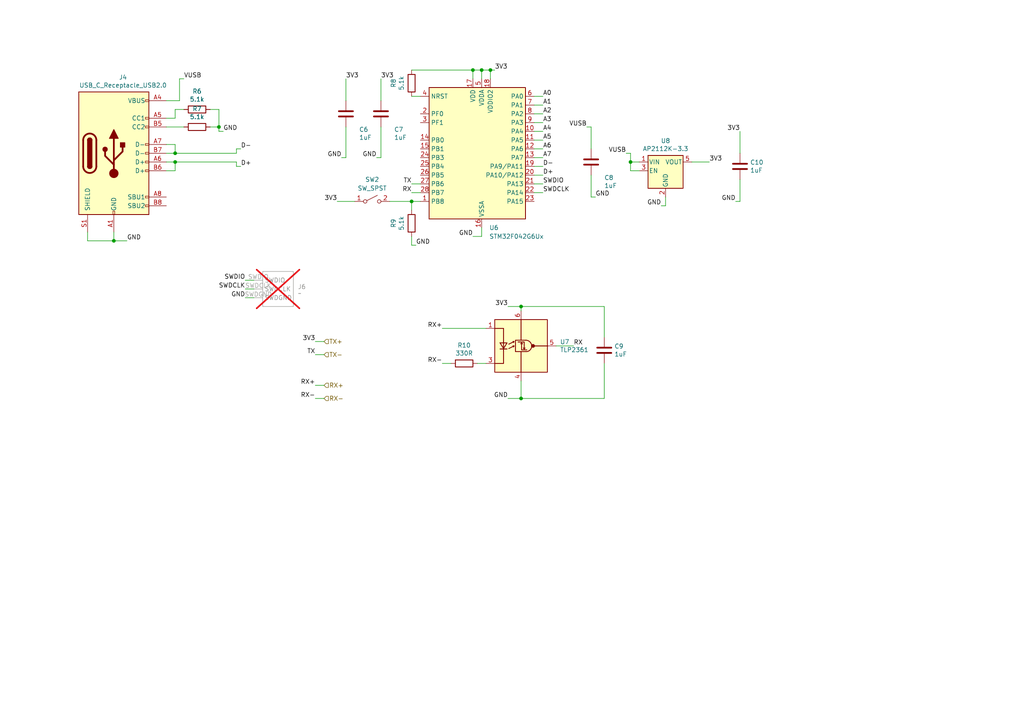
<source format=kicad_sch>
(kicad_sch (version 20250114) (generator "eeschema") (generator_version "9.0")
  (paper "A4")
  (lib_symbols
    (symbol "Connector:USB_C_Receptacle_USB2.0" (pin_names (offset 1.016))
      (property "Reference" "J" (at -10.16 19.05 0))
      (property "Value" "Connector_USB_C_Receptacle_USB2.0" (at 19.05 19.05 0))
      (symbol "USB_C_Receptacle_USB2.0_0_0"
        (rectangle (start -0.254 -17.78) (end 0.254 -16.764))
        (rectangle (start 10.16 15.494) (end 9.144 14.986))
        (rectangle (start 10.16 10.414) (end 9.144 9.906))
        (rectangle (start 10.16 7.874) (end 9.144 7.366))
        (rectangle (start 10.16 2.794) (end 9.144 2.286))
        (rectangle (start 10.16 0.254) (end 9.144 -0.254))
        (rectangle (start 10.16 -2.286) (end 9.144 -2.794))
        (rectangle (start 10.16 -4.826) (end 9.144 -5.334))
        (rectangle (start 10.16 -12.446) (end 9.144 -12.954))
        (rectangle (start 10.16 -14.986) (end 9.144 -15.494))
      )
      (symbol "USB_C_Receptacle_USB2.0_0_1"
        (rectangle (start -10.16 17.78) (end 10.16 -17.78) (stroke (width 0.254)) (fill (type background)))
        (polyline (pts (xy -8.89 -3.81) (xy -8.89 3.81)) (stroke (width 0.508)))
        (rectangle (start -7.62 -3.81) (end -6.35 3.81) (stroke (width 0.254)) (fill (type outline)))
        (arc (start -8.89 3.81) (mid -6.985 5.715) (end -5.08 3.81) (stroke (width 0.508)))
        (arc (start -7.62 3.81) (mid -6.985 4.445) (end -6.35 3.81) (stroke (width 0.254)))
        (arc (start -7.62 3.81) (mid -6.985 4.445) (end -6.35 3.81) (stroke (width 0.254)) (fill (type outline)))
        (arc (start -6.35 -3.81) (mid -6.985 -4.445) (end -7.62 -3.81) (stroke (width 0.254)))
        (arc (start -6.35 -3.81) (mid -6.985 -4.445) (end -7.62 -3.81) (stroke (width 0.254)) (fill (type outline)))
        (arc (start -5.08 -3.81) (mid -6.985 -5.715) (end -8.89 -3.81) (stroke (width 0.508)))
        (polyline (pts (xy -5.08 3.81) (xy -5.08 -3.81)) (stroke (width 0.508)))
        (circle (center -2.54 1.143) (radius 0.635) (stroke (width 0.254)) (fill (type outline)))
        (polyline (pts (xy -1.27 4.318) (xy 0 6.858) (xy 1.27 4.318) (xy -1.27 4.318)) (stroke (width 0.254)) (fill (type outline)))
        (polyline (pts (xy 0 -2.032) (xy 2.54 0.508) (xy 2.54 1.778)) (stroke (width 0.508)))
        (polyline (pts (xy 0 -3.302) (xy -2.54 -0.762) (xy -2.54 0.508)) (stroke (width 0.508)))
        (polyline (pts (xy 0 -5.842) (xy 0 4.318)) (stroke (width 0.508)))
        (circle (center 0 -5.842) (radius 1.27) (fill (type outline)))
        (rectangle (start 1.905 1.778) (end 3.175 3.048) (stroke (width 0.254)) (fill (type outline)))
      )
      (symbol "USB_C_Receptacle_USB2.0_1_1"
        (pin passive line (at -7.62 -22.86 90) (length 5.08) (name "SHIELD") (number "S1"))
        (pin power_in line (at 0 -22.86 90) (length 5.08) (name "GND") (number "A1"))
        (pin passive line (at 0 -22.86 90) (length 5.08) (hide yes) (name "GND") (number "A12"))
        (pin passive line (at 0 -22.86 90) (length 5.08) (hide yes) (name "GND") (number "B1"))
        (pin passive line (at 0 -22.86 90) (length 5.08) (hide yes) (name "GND") (number "B12"))
        (pin power_in line (at 15.24 15.24 180) (length 5.08) (name "VBUS") (number "A4"))
        (pin passive line (at 15.24 15.24 180) (length 5.08) (hide yes) (name "VBUS") (number "A9"))
        (pin passive line (at 15.24 15.24 180) (length 5.08) (hide yes) (name "VBUS") (number "B4"))
        (pin passive line (at 15.24 15.24 180) (length 5.08) (hide yes) (name "VBUS") (number "B9"))
        (pin bidirectional line (at 15.24 10.16 180) (length 5.08) (name "CC1") (number "A5"))
        (pin bidirectional line (at 15.24 7.62 180) (length 5.08) (name "CC2") (number "B5"))
        (pin bidirectional line (at 15.24 2.54 180) (length 5.08) (name "D-") (number "A7"))
        (pin bidirectional line (at 15.24 0 180) (length 5.08) (name "D-") (number "B7"))
        (pin bidirectional line (at 15.24 -2.54 180) (length 5.08) (name "D+") (number "A6"))
        (pin bidirectional line (at 15.24 -5.08 180) (length 5.08) (name "D+") (number "B6"))
        (pin bidirectional line (at 15.24 -12.7 180) (length 5.08) (name "SBU1") (number "A8"))
        (pin bidirectional line (at 15.24 -15.24 180) (length 5.08) (name "SBU2") (number "B8"))
      )
    )
    (symbol "Device:C" (pin_numbers (hide yes)) (pin_names (offset 0.254))
      (property "Reference" "C" (at 0.635 2.54 0))
      (property "Value" "C" (at 0.635 -2.54 0))
      (symbol "C_0_1"
        (polyline (pts (xy -2.032 0.762) (xy 2.032 0.762)) (stroke (width 0.508)))
        (polyline (pts (xy -2.032 -0.762) (xy 2.032 -0.762)) (stroke (width 0.508)))
      )
      (symbol "C_1_1"
        (pin passive line (at 0 3.81 270) (length 2.794) (name "~") (number "1"))
        (pin passive line (at 0 -3.81 90) (length 2.794) (name "~") (number "2"))
      )
    )
    (symbol "Device:R" (pin_numbers (hide yes)) (pin_names (offset 0))
      (property "Reference" "R" (at 2.032 0 90))
      (property "Value" "R" (at 0 0 90))
      (symbol "R_0_1"
        (rectangle (start -1.016 -2.54) (end 1.016 2.54) (stroke (width 0.254)))
      )
      (symbol "R_1_1"
        (pin passive line (at 0 3.81 270) (length 1.27) (name "~") (number "1"))
        (pin passive line (at 0 -3.81 90) (length 1.27) (name "~") (number "2"))
      )
    )
    (symbol "Isolator:TLP2761" (pin_names (offset 1.016) (hide yes))
      (property "Reference" "U" (at -7.112 8.89 0))
      (property "Value" "TLP2761" (at 1.016 9.144 0))
      (symbol "TLP2761_0_1"
        (rectangle (start -7.62 7.62) (end 7.62 -7.62) (stroke (width 0.254)) (fill (type background)))
        (polyline (pts (xy -7.62 -5.08) (xy -5.08 -5.08) (xy -5.08 -1.27)) (stroke (width 0.254)))
        (polyline (pts (xy -6.096 0.889) (xy -4.064 0.889) (xy -5.08 -0.762) (xy -6.096 0.889)) (stroke (width 0.254)))
        (polyline (pts (xy -6.096 -0.889) (xy -4.064 -0.889)) (stroke (width 0.254)))
        (polyline (pts (xy -5.08 1.27) (xy -5.08 0.9144)) (stroke (width 0.254)))
        (polyline (pts (xy -5.08 1.27) (xy -5.08 5.08) (xy -7.62 5.08)) (stroke (width 0.254)))
        (polyline (pts (xy -5.08 1.016) (xy -5.08 -0.762)) (stroke (width 0.254)))
        (polyline (pts (xy -5.08 -1.27) (xy -5.08 -0.9144)) (stroke (width 0.254)))
        (polyline (pts (xy -3.556 0.508) (xy -2.032 1.27)) (stroke (width 0.254)))
        (polyline (pts (xy -3.556 -0.762) (xy -2.032 0)) (stroke (width 0.254)))
        (polyline (pts (xy -2.032 1.27) (xy -2.3368 1.3208)) (stroke (width 0.254)))
        (polyline (pts (xy -2.032 1.27) (xy -2.1844 0.9652)) (stroke (width 0.254)))
        (polyline (pts (xy -2.032 0) (xy -2.3368 0.0508)) (stroke (width 0.254)))
        (polyline (pts (xy -2.032 0) (xy -2.1844 -0.3048)) (stroke (width 0.254)))
        (polyline (pts (xy 0 7.5946) (xy 0 1.7018)) (stroke (width 0.254)))
        (polyline (pts (xy 0 -7.62) (xy 0 -1.651)) (stroke (width 0.254)))
        (polyline (pts (xy 0.1524 0.889) (xy -0.1016 0.635) (xy 0.4064 0.635)) (stroke (width 0.254)))
        (polyline (pts (xy 0.9144 -0.889) (xy 0.9144 1.143) (xy -0.8636 1.143)) (stroke (width 0.254)))
        (polyline (pts (xy 0.9144 -0.889) (xy 0.6604 -0.635) (xy 1.1684 -0.635) (xy 0.9144 -0.889)) (stroke (width 0.254)))
        (arc (start 1.4224 1.651) (mid 2.5738 1.1514) (end 3.0734 0) (stroke (width 0.254)))
        (polyline (pts (xy 1.4224 1.651) (xy -1.6256 1.651) (xy -1.6256 -1.651) (xy 1.4224 -1.651)) (stroke (width 0.254)))
        (arc (start 3.0734 0) (mid 2.6073 -1.1849) (end 1.4224 -1.651) (stroke (width 0.254)))
        (polyline (pts (xy 1.6764 -1.143) (xy 0.1524 -1.143) (xy 0.1524 0.889) (xy 0.4064 0.635)) (stroke (width 0.254)))
        (circle (center 3.4798 0) (radius 0.4572) (fill (type outline)))
        (polyline (pts (xy 7.747 0) (xy 3.4798 0)) (stroke (width 0.254)))
      )
      (symbol "TLP2761_1_1"
        (pin passive line (at -10.16 5.08 0) (length 2.54) (name "A") (number "1"))
        (pin passive line (at -10.16 -5.08 0) (length 2.54) (name "K") (number "3"))
        (pin no_connect line (at -7.62 0 0) (length 2.54) (hide yes) (name "NC") (number "2"))
        (pin power_in line (at 0 10.16 270) (length 2.54) (name "VDD") (number "6"))
        (pin power_in line (at 0 -10.16 90) (length 2.54) (name "GND") (number "4"))
        (pin output line (at 10.16 0 180) (length 2.54) (name "VO") (number "5"))
      )
    )
    (symbol "Library:SWD_Header"
      (property "Reference" "J" (at 0 0 0))
      (symbol "SWD_Header_0_1"
        (rectangle (start -3.81 8.89) (end 5.08 -1.27))
      )
      (symbol "SWD_Header_1_1"
        (pin input line (at -6.35 6.35 0) (length 2.54) (name "SWDIO") (number "SWDIO"))
        (pin input line (at -6.35 3.81 0) (length 2.54) (name "SWDCLK") (number "SWDCLK"))
        (pin input line (at -6.35 1.27 0) (length 2.54) (name "SWDGND") (number "SWDGND"))
      )
    )
    (symbol "MCU_ST_STM32F0:STM32F042G6Ux"
      (property "Reference" "U" (at -12.7 21.59 0))
      (property "Value" "STM32F042G6Ux" (at 7.62 21.59 0))
      (symbol "STM32F042G6Ux_0_1"
        (rectangle (start -12.7 -17.78) (end 15.24 20.32) (stroke (width 0.254)) (fill (type background)))
      )
      (symbol "STM32F042G6Ux_1_1"
        (pin input line (at -15.24 17.78 0) (length 2.54) (name "NRST") (number "4"))
        (pin bidirectional line (at -15.24 12.7 0) (length 2.54) (name "PF0") (number "2"))
        (pin bidirectional line (at -15.24 10.16 0) (length 2.54) (name "PF1") (number "3"))
        (pin bidirectional line (at -15.24 5.08 0) (length 2.54) (name "PB0") (number "14"))
        (pin bidirectional line (at -15.24 2.54 0) (length 2.54) (name "PB1") (number "15"))
        (pin bidirectional line (at -15.24 0 0) (length 2.54) (name "PB3") (number "24"))
        (pin bidirectional line (at -15.24 -2.54 0) (length 2.54) (name "PB4") (number "25"))
        (pin bidirectional line (at -15.24 -5.08 0) (length 2.54) (name "PB5") (number "26"))
        (pin bidirectional line (at -15.24 -7.62 0) (length 2.54) (name "PB6") (number "27"))
        (pin bidirectional line (at -15.24 -10.16 0) (length 2.54) (name "PB7") (number "28"))
        (pin bidirectional line (at -15.24 -12.7 0) (length 2.54) (name "PB8") (number "1"))
        (pin power_in line (at 0 22.86 270) (length 2.54) (name "VDD") (number "17"))
        (pin power_in line (at 2.54 22.86 270) (length 2.54) (name "VDDA") (number "5"))
        (pin power_in line (at 2.54 -20.32 90) (length 2.54) (name "VSSA") (number "16"))
        (pin power_in line (at 5.08 22.86 270) (length 2.54) (name "VDDIO2") (number "18"))
        (pin bidirectional line (at 17.78 17.78 180) (length 2.54) (name "PA0") (number "6"))
        (pin bidirectional line (at 17.78 15.24 180) (length 2.54) (name "PA1") (number "7"))
        (pin bidirectional line (at 17.78 12.7 180) (length 2.54) (name "PA2") (number "8"))
        (pin bidirectional line (at 17.78 10.16 180) (length 2.54) (name "PA3") (number "9"))
        (pin bidirectional line (at 17.78 7.62 180) (length 2.54) (name "PA4") (number "10"))
        (pin bidirectional line (at 17.78 5.08 180) (length 2.54) (name "PA5") (number "11"))
        (pin bidirectional line (at 17.78 2.54 180) (length 2.54) (name "PA6") (number "12"))
        (pin bidirectional line (at 17.78 0 180) (length 2.54) (name "PA7") (number "13"))
        (pin bidirectional line (at 17.78 -2.54 180) (length 2.54) (name "PA9/PA11") (number "19"))
        (pin bidirectional line (at 17.78 -5.08 180) (length 2.54) (name "PA10/PA12") (number "20"))
        (pin bidirectional line (at 17.78 -7.62 180) (length 2.54) (name "PA13") (number "21"))
        (pin bidirectional line (at 17.78 -10.16 180) (length 2.54) (name "PA14") (number "22"))
        (pin bidirectional line (at 17.78 -12.7 180) (length 2.54) (name "PA15") (number "23"))
      )
    )
    (symbol "Regulator_Linear:AP2204K-3.3" (pin_names (offset 0.254))
      (property "Reference" "U" (at -5.08 5.715 0))
      (property "Value" "AP2204K-3.3" (at 0 5.715 0))
      (symbol "AP2204K-3.3_0_1"
        (rectangle (start -5.08 4.445) (end 5.08 -5.08) (stroke (width 0.254)) (fill (type background)))
      )
      (symbol "AP2204K-3.3_1_1"
        (pin power_in line (at -7.62 2.54 0) (length 2.54) (name "VIN") (number "1"))
        (pin input line (at -7.62 0 0) (length 2.54) (name "EN") (number "3"))
        (pin power_in line (at 0 -7.62 90) (length 2.54) (name "GND") (number "2"))
        (pin no_connect line (at 5.08 0 180) (length 2.54) (hide yes) (name "NC") (number "4"))
        (pin power_out line (at 7.62 2.54 180) (length 2.54) (name "VOUT") (number "5"))
      )
    )
    (symbol "Switch:SW_SPST" (pin_names (offset 0) (hide yes))
      (property "Reference" "SW" (at 0 3.175 0))
      (property "Value" "SW_SPST" (at 0 -2.54 0))
      (symbol "SW_SPST_0_0"
        (circle (center -2.032 0) (radius 0.508))
        (polyline (pts (xy -1.524 0.254) (xy 1.524 1.778)))
        (circle (center 2.032 0) (radius 0.508))
      )
      (symbol "SW_SPST_1_1"
        (pin passive line (at -5.08 0 0) (length 2.54) (name "A") (number "1"))
        (pin passive line (at 5.08 0 180) (length 2.54) (name "B") (number "2"))
      )
    )
  )
  (junction (at 142.24 20.32))
  (junction (at 50.8 46.99))
  (junction (at 139.7 20.32))
  (junction (at 119.38 58.42))
  (junction (at 151.13 115.57))
  (junction (at 151.13 88.9))
  (junction (at 33.02 69.85))
  (junction (at 50.8 44.45))
  (junction (at 182.88 46.99))
  (junction (at 63.5 36.83))
  (junction (at 137.16 20.32))
  (wire (pts (xy 154.94 55.88) (xy 157.48 55.88)))
  (wire (pts (xy 142.24 20.32) (xy 142.24 22.86)))
  (wire (pts (xy 53.34 22.86) (xy 52.07 22.86)))
  (wire (pts (xy 71.12 81.28) (xy 73.66 81.28)))
  (wire (pts (xy 147.32 115.57) (xy 151.13 115.57)))
  (wire (pts (xy 175.26 115.57) (xy 175.26 105.41)))
  (wire (pts (xy 69.85 48.26) (xy 68.58 48.26)))
  (wire (pts (xy 128.27 95.25) (xy 140.97 95.25)))
  (wire (pts (xy 214.63 38.1) (xy 214.63 44.45)))
  (wire (pts (xy 154.94 35.56) (xy 157.48 35.56)))
  (wire (pts (xy 50.8 46.99) (xy 68.58 46.99)))
  (wire (pts (xy 91.44 111.76) (xy 93.98 111.76)))
  (wire (pts (xy 139.7 20.32) (xy 139.7 22.86)))
  (wire (pts (xy 154.94 45.72) (xy 157.48 45.72)))
  (wire (pts (xy 119.38 58.42) (xy 119.38 60.96)))
  (wire (pts (xy 205.74 46.99) (xy 200.66 46.99)))
  (wire (pts (xy 48.26 46.99) (xy 50.8 46.99)))
  (wire (pts (xy 119.38 58.42) (xy 121.92 58.42)))
  (wire (pts (xy 213.36 58.42) (xy 214.63 58.42)))
  (wire (pts (xy 50.8 41.91) (xy 50.8 44.45)))
  (wire (pts (xy 73.66 86.36) (xy 71.12 86.36)))
  (wire (pts (xy 154.94 50.8) (xy 157.48 50.8)))
  (wire (pts (xy 50.8 31.75) (xy 50.8 34.29)))
  (wire (pts (xy 91.44 102.87) (xy 93.98 102.87)))
  (wire (pts (xy 191.77 59.69) (xy 193.04 59.69)))
  (wire (pts (xy 128.27 105.41) (xy 130.81 105.41)))
  (wire (pts (xy 151.13 110.49) (xy 151.13 115.57)))
  (wire (pts (xy 110.49 22.86) (xy 110.49 29.21)))
  (wire (pts (xy 182.88 46.99) (xy 185.42 46.99)))
  (wire (pts (xy 182.88 44.45) (xy 182.88 46.99)))
  (wire (pts (xy 154.94 53.34) (xy 157.48 53.34)))
  (wire (pts (xy 48.26 34.29) (xy 50.8 34.29)))
  (wire (pts (xy 119.38 55.88) (xy 121.92 55.88)))
  (wire (pts (xy 154.94 40.64) (xy 157.48 40.64)))
  (wire (pts (xy 68.58 43.18) (xy 68.58 44.45)))
  (wire (pts (xy 63.5 38.1) (xy 64.77 38.1)))
  (wire (pts (xy 139.7 20.32) (xy 137.16 20.32)))
  (wire (pts (xy 119.38 68.58) (xy 119.38 71.12)))
  (wire (pts (xy 63.5 31.75) (xy 63.5 36.83)))
  (wire (pts (xy 110.49 45.72) (xy 109.22 45.72)))
  (wire (pts (xy 151.13 90.17) (xy 151.13 88.9)))
  (wire (pts (xy 154.94 48.26) (xy 157.48 48.26)))
  (wire (pts (xy 69.85 43.18) (xy 68.58 43.18)))
  (wire (pts (xy 48.26 36.83) (xy 53.34 36.83)))
  (wire (pts (xy 63.5 31.75) (xy 60.96 31.75)))
  (wire (pts (xy 119.38 53.34) (xy 121.92 53.34)))
  (wire (pts (xy 171.45 57.15) (xy 172.72 57.15)))
  (wire (pts (xy 151.13 115.57) (xy 175.26 115.57)))
  (wire (pts (xy 113.03 58.42) (xy 119.38 58.42)))
  (wire (pts (xy 91.44 115.57) (xy 93.98 115.57)))
  (wire (pts (xy 193.04 59.69) (xy 193.04 57.15)))
  (wire (pts (xy 100.33 36.83) (xy 100.33 45.72)))
  (wire (pts (xy 119.38 71.12) (xy 120.65 71.12)))
  (wire (pts (xy 25.4 69.85) (xy 25.4 67.31)))
  (wire (pts (xy 60.96 36.83) (xy 63.5 36.83)))
  (wire (pts (xy 181.61 44.45) (xy 182.88 44.45)))
  (wire (pts (xy 33.02 69.85) (xy 36.83 69.85)))
  (wire (pts (xy 142.24 20.32) (xy 139.7 20.32)))
  (wire (pts (xy 175.26 88.9) (xy 175.26 97.79)))
  (wire (pts (xy 63.5 36.83) (xy 63.5 38.1)))
  (wire (pts (xy 91.44 99.06) (xy 93.98 99.06)))
  (wire (pts (xy 182.88 49.53) (xy 185.42 49.53)))
  (wire (pts (xy 171.45 36.83) (xy 171.45 43.18)))
  (wire (pts (xy 143.51 20.32) (xy 142.24 20.32)))
  (wire (pts (xy 33.02 69.85) (xy 25.4 69.85)))
  (wire (pts (xy 48.26 41.91) (xy 50.8 41.91)))
  (wire (pts (xy 50.8 31.75) (xy 53.34 31.75)))
  (wire (pts (xy 138.43 105.41) (xy 140.97 105.41)))
  (wire (pts (xy 48.26 49.53) (xy 50.8 49.53)))
  (wire (pts (xy 100.33 45.72) (xy 99.06 45.72)))
  (wire (pts (xy 154.94 38.1) (xy 157.48 38.1)))
  (wire (pts (xy 50.8 44.45) (xy 68.58 44.45)))
  (wire (pts (xy 52.07 22.86) (xy 52.07 29.21)))
  (wire (pts (xy 97.79 58.42) (xy 102.87 58.42)))
  (wire (pts (xy 33.02 67.31) (xy 33.02 69.85)))
  (wire (pts (xy 154.94 27.94) (xy 157.48 27.94)))
  (wire (pts (xy 139.7 66.04) (xy 139.7 68.58)))
  (wire (pts (xy 154.94 43.18) (xy 157.48 43.18)))
  (wire (pts (xy 147.32 88.9) (xy 151.13 88.9)))
  (wire (pts (xy 137.16 68.58) (xy 139.7 68.58)))
  (wire (pts (xy 154.94 30.48) (xy 157.48 30.48)))
  (wire (pts (xy 71.12 83.82) (xy 73.66 83.82)))
  (wire (pts (xy 52.07 29.21) (xy 48.26 29.21)))
  (wire (pts (xy 154.94 33.02) (xy 157.48 33.02)))
  (wire (pts (xy 100.33 22.86) (xy 100.33 29.21)))
  (wire (pts (xy 110.49 36.83) (xy 110.49 45.72)))
  (wire (pts (xy 68.58 48.26) (xy 68.58 46.99)))
  (wire (pts (xy 137.16 20.32) (xy 119.38 20.32)))
  (wire (pts (xy 119.38 27.94) (xy 121.92 27.94)))
  (wire (pts (xy 166.37 100.33) (xy 161.29 100.33)))
  (wire (pts (xy 151.13 88.9) (xy 175.26 88.9)))
  (wire (pts (xy 171.45 50.8) (xy 171.45 57.15)))
  (wire (pts (xy 182.88 46.99) (xy 182.88 49.53)))
  (wire (pts (xy 170.18 36.83) (xy 171.45 36.83)))
  (wire (pts (xy 48.26 44.45) (xy 50.8 44.45)))
  (wire (pts (xy 214.63 52.07) (xy 214.63 58.42)))
  (wire (pts (xy 50.8 46.99) (xy 50.8 49.53)))
  (wire (pts (xy 137.16 20.32) (xy 137.16 22.86)))
  (label "RX-" (at 128.27 105.41 180))
  (label "D+" (at 157.48 50.8 0))
  (label "A2" (at 157.48 33.02 0))
  (label "GND" (at 137.16 68.58 180))
  (label "3V3" (at 214.63 38.1 180))
  (label "A3" (at 157.48 35.56 0))
  (label "3V3" (at 91.44 99.06 180))
  (label "TX" (at 91.44 102.87 180))
  (label "A6" (at 157.48 43.18 0))
  (label "GND" (at 172.72 57.15 0))
  (label "3V3" (at 97.79 58.42 180))
  (label "D+" (at 69.85 48.26 0))
  (label "A0" (at 157.48 27.94 0))
  (label "GND" (at 213.36 58.42 180))
  (label "GND" (at 109.22 45.72 180))
  (label "A1" (at 157.48 30.48 0))
  (label "RX+" (at 91.44 111.76 180))
  (label "GND" (at 36.83 69.85 0))
  (label "3V3" (at 147.32 88.9 180))
  (label "GND" (at 120.65 71.12 0))
  (label "TX" (at 119.38 53.34 180))
  (label "3V3" (at 110.49 22.86 0))
  (label "D-" (at 157.48 48.26 0))
  (label "RX" (at 119.38 55.88 180))
  (label "GND" (at 99.06 45.72 180))
  (label "SWDIO" (at 157.48 53.34 0))
  (label "GND" (at 71.12 86.36 180))
  (label "3V3" (at 100.33 22.86 0))
  (label "VUSB" (at 181.61 44.45 180))
  (label "A4" (at 157.48 38.1 0))
  (label "D-" (at 69.85 43.18 0))
  (label "SWDIO" (at 71.12 81.28 180))
  (label "A7" (at 157.48 45.72 0))
  (label "3V3" (at 205.74 46.99 0))
  (label "VUSB" (at 170.18 36.83 180))
  (label "GND" (at 64.77 38.1 0))
  (label "RX-" (at 91.44 115.57 180))
  (label "A5" (at 157.48 40.64 0))
  (label "VUSB" (at 53.34 22.86 0))
  (label "GND" (at 191.77 59.69 180))
  (label "GND" (at 147.32 115.57 180))
  (label "3V3" (at 143.51 20.32 0))
  (label "RX+" (at 128.27 95.25 180))
  (label "SWDCLK" (at 71.12 83.82 180))
  (label "SWDCLK" (at 157.48 55.88 0))
  (label "RX" (at 166.37 100.33 0))
  (hierarchical_label "RX+" (shape input) (at 93.98 111.76 0))
  (hierarchical_label "TX+" (shape input) (at 93.98 99.06 0))
  (hierarchical_label "RX-" (shape input) (at 93.98 115.57 0))
  (hierarchical_label "TX-" (shape input) (at 93.98 102.87 0))
  (symbol (lib_id "Connector:USB_C_Receptacle_USB2.0") (at 33.02 44.45 0) (unit 1)
    (property "Reference" "J1" (at 35.687 22.4282 0))
    (property "Value" "USB_C_Receptacle_USB2.0" (at 35.687 24.7396 0))
    (property "Footprint" "Library:USB_C_Receptacle_HRO_TYPE-C-31-M-12" (effects (hide yes)))
    (property "Datasheet" "https://www.usb.org/sites/default/files/documents/usb_type-c.zip" (effects (hide yes)))
    (property "LCSC" "C165948" (effects (hide yes)))
    (instances (project "project" (path "" (reference "J4") (unit 1)) (path "" (reference "J1") (unit 1))))
  )
  (symbol (lib_id "Device:R") (at 57.15 31.75 270) (unit 1)
    (property "Reference" "R1" (at 57.15 26.4922 90))
    (property "Value" "5.1k" (at 57.15 28.8036 90))
    (property "Footprint" "Resistor_SMD:R_0402_1005Metric" (effects (hide yes)))
    (property "LCSC" "C25905" (effects (hide yes)))
    (instances (project "project" (path "" (reference "R6") (unit 1)) (path "" (reference "R1") (unit 1))))
  )
  (symbol (lib_id "Device:R") (at 57.15 36.83 270) (unit 1)
    (property "Reference" "R2" (at 57.15 31.5722 90))
    (property "Value" "5.1k" (at 57.15 33.8836 90))
    (property "Footprint" "Resistor_SMD:R_0402_1005Metric" (effects (hide yes)))
    (property "LCSC" "C25905" (effects (hide yes)))
    (instances (project "project" (path "" (reference "R7") (unit 1)) (path "" (reference "R2") (unit 1))))
  )
  (symbol (lib_id "Device:C") (at 214.63 48.26 0) (unit 1)
    (property "Reference" "C5" (at 217.551 47.0916 0) (effects (justify left)))
    (property "Value" "1uF" (at 217.551 49.403 0) (effects (justify left)))
    (property "Footprint" "Capacitor_SMD:C_0402_1005Metric" (effects (hide yes)))
    (property "LCSC" "C52923" (effects (hide yes)))
    (instances (project "project" (path "" (reference "C10") (unit 1)) (path "" (reference "C5") (unit 1))))
  )
  (symbol (lib_id "Device:C") (at 171.45 46.99 0) (unit 1)
    (property "Reference" "C3" (at 175.26 51.5366 0) (effects (justify left)))
    (property "Value" "1uF" (at 175.26 53.848 0) (effects (justify left)))
    (property "Footprint" "Capacitor_SMD:C_0402_1005Metric" (effects (hide yes)))
    (property "LCSC" "C52923" (effects (hide yes)))
    (instances (project "project" (path "" (reference "C8") (unit 1)) (path "" (reference "C3") (unit 1))))
  )
  (symbol (lib_id "Regulator_Linear:AP2204K-3.3") (at 193.04 49.53 0) (unit 1)
    (property "Reference" "U4" (at 193.04 40.8432 0))
    (property "Value" "AP2112K-3.3" (at 193.04 43.1546 0))
    (property "Footprint" "Package_TO_SOT_SMD:SOT-23-5" (effects (hide yes)))
    (property "Datasheet" "https://www.diodes.com/assets/Datasheets/AP2204.pdf" (effects (hide yes)))
    (property "LCSC" "C51118" (effects (hide yes)))
    (instances (project "project" (path "" (reference "U8") (unit 1)) (path "" (reference "U4") (unit 1))))
  )
  (symbol (lib_id "Device:R") (at 134.62 105.41 270) (unit 1)
    (property "Reference" "R5" (at 134.62 100.1522 90))
    (property "Value" "330R" (at 134.62 102.4636 90))
    (property "Footprint" "Resistor_SMD:R_0402_1005Metric" (effects (hide yes)))
    (property "LCSC" "C25104" (effects (hide yes)))
    (instances (project "project" (path "" (reference "R10") (unit 1)) (path "" (reference "R5") (unit 1))))
  )
  (symbol (lib_id "Device:C") (at 100.33 33.02 0) (unit 1)
    (property "Reference" "C1" (at 104.14 37.5666 0) (effects (justify left)))
    (property "Value" "1uF" (at 104.14 39.878 0) (effects (justify left)))
    (property "Footprint" "Capacitor_SMD:C_0402_1005Metric" (effects (hide yes)))
    (property "LCSC" "C52923" (effects (hide yes)))
    (instances (project "project" (path "" (reference "C6") (unit 1)) (path "" (reference "C1") (unit 1))))
  )
  (symbol (lib_id "Isolator:TLP2761") (at 151.13 100.33 0) (unit 1)
    (property "Reference" "U3" (at 162.4076 99.1616 0) (effects (justify left)))
    (property "Value" "TLP2361" (at 162.4076 101.473 0) (effects (justify left)))
    (property "Footprint" "Package_SO:SO-5_4.4x3.6mm_P1.27mm" (effects (hide yes)))
    (property "Datasheet" "https://toshiba.semicon-storage.com/info/docget.jsp?did=28819&prodName=TLP2761" (effects (hide yes)))
    (property "LCSC" "C107626" (effects (hide yes)))
    (instances (project "project" (path "" (reference "U7") (unit 1)) (path "" (reference "U3") (unit 1))))
  )
  (symbol (lib_id "Library:SWD_Header") (at 80.01 87.63 0) (unit 1) (dnp yes)
    (property "Reference" "J3" (at 86.36 83.1849 0) (effects (justify left)))
    (property "Value" "~" (at 86.36 85.09 0) (effects (justify left)))
    (property "Footprint" "Library:SWDHeader" (effects (hide yes)))
    (instances (project "project" (path "" (reference "J6") (unit 1)) (path "" (reference "J3") (unit 1))))
  )
  (symbol (lib_id "Device:C") (at 110.49 33.02 0) (unit 1)
    (property "Reference" "C2" (at 114.3 37.5666 0) (effects (justify left)))
    (property "Value" "1uF" (at 114.3 39.878 0) (effects (justify left)))
    (property "Footprint" "Capacitor_SMD:C_0402_1005Metric" (effects (hide yes)))
    (property "LCSC" "C52923" (effects (hide yes)))
    (instances (project "project" (path "" (reference "C7") (unit 1)) (path "" (reference "C2") (unit 1))))
  )
  (symbol (lib_id "Device:C") (at 175.26 101.6 0) (unit 1)
    (property "Reference" "C4" (at 178.181 100.4316 0) (effects (justify left)))
    (property "Value" "1uF" (at 178.181 102.743 0) (effects (justify left)))
    (property "Footprint" "Capacitor_SMD:C_0402_1005Metric" (effects (hide yes)))
    (property "LCSC" "C52923" (effects (hide yes)))
    (instances (project "project" (path "" (reference "C9") (unit 1)) (path "" (reference "C4") (unit 1))))
  )
  (symbol (lib_id "Device:R") (at 119.38 24.13 0) (unit 1)
    (property "Reference" "R3" (at 114.1222 24.13 90))
    (property "Value" "5.1k" (at 116.4336 24.13 90))
    (property "Footprint" "Resistor_SMD:R_0402_1005Metric" (effects (hide yes)))
    (property "LCSC" "C25905" (effects (hide yes)))
    (instances (project "project" (path "" (reference "R8") (unit 1)) (path "" (reference "R3") (unit 1))))
  )
  (symbol (lib_id "Device:R") (at 119.38 64.77 0) (unit 1)
    (property "Reference" "R4" (at 114.1222 64.77 90))
    (property "Value" "5.1k" (at 116.4336 64.77 90))
    (property "Footprint" "Resistor_SMD:R_0402_1005Metric" (effects (hide yes)))
    (property "LCSC" "C25905" (effects (hide yes)))
    (instances (project "project" (path "" (reference "R9") (unit 1)) (path "" (reference "R4") (unit 1))))
  )
  (symbol (lib_id "Switch:SW_SPST") (at 107.95 58.42 0) (unit 1)
    (property "Reference" "SW1" (at 107.95 52.07 0))
    (property "Value" "SW_SPST" (at 107.95 54.61 0))
    (property "Footprint" "Button_Switch_SMD:SW_Push_1P1T_NO_CK_KMR2" (effects (hide yes)))
    (property "Description" "Single Pole Single Throw (SPST) switch" (effects (hide yes)))
    (property "LCSC" "C318893" (effects (hide yes)))
    (instances (project "project" (path "" (reference "SW2") (unit 1)) (path "" (reference "SW1") (unit 1))))
  )
  (symbol (lib_id "MCU_ST_STM32F0:STM32F042G6Ux") (at 137.16 45.72 0) (unit 1)
    (property "Reference" "U2" (at 141.8941 66.04 0) (effects (justify left)))
    (property "Value" "STM32F042G6Ux" (at 141.8941 68.58 0) (effects (justify left)))
    (property "Footprint" "Package_DFN_QFN:QFN-28_4x4mm_P0.5mm" (effects (hide yes)))
    (property "Datasheet" "https://www.st.com/resource/en/datasheet/stm32f042g6.pdf" (effects (hide yes)))
    (property "Description" "STMicroelectronics Arm Cortex-M0 MCU, 32KB flash, 6KB RAM, 48 MHz, 2.0-3.6V, 23 GPIO, UFQFPN28" (effects (hide yes)))
    (property "LCSC" "C961597" (effects (hide yes)))
    (instances (project "project" (path "" (reference "U6") (unit 1)) (path "" (reference "U2") (unit 1))))
  )
)
</source>
